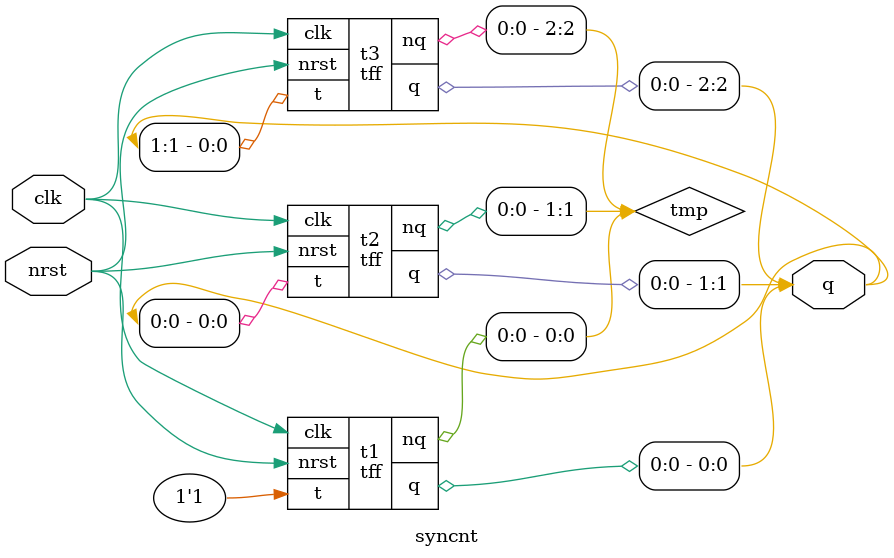
<source format=sv>
module tff(output q, nq, 
           input t, clk, nrst);
  logic ns, nr, ns1, nr1, j, k;
  nand n1(ns, clk, j), n2(nr, clk, k),
  n3(q, ns, nq), n4(nq, nr,  q, nrst), n5(ns1,!clk, t, nq), 
  n6(nr1, !clk, t, q), n7(j, ns1, k), n8(k, nr1, j, nrst);
  endmodule
module syncnt(output  [2:0] q,
              input clk, nrst,);
  logic [2:0]tmp;
  tff t1(q[0],tmp[0],1'b 1 , clk, nrst);
  tff t2(q[1],tmp[1],q[0],clk,nrst );
  tff t3(q[2],tmp[2],q[1], clk, nrst);
endmodule
// jak widać układ będzie działać w cyklu 0 1 2 7
</source>
